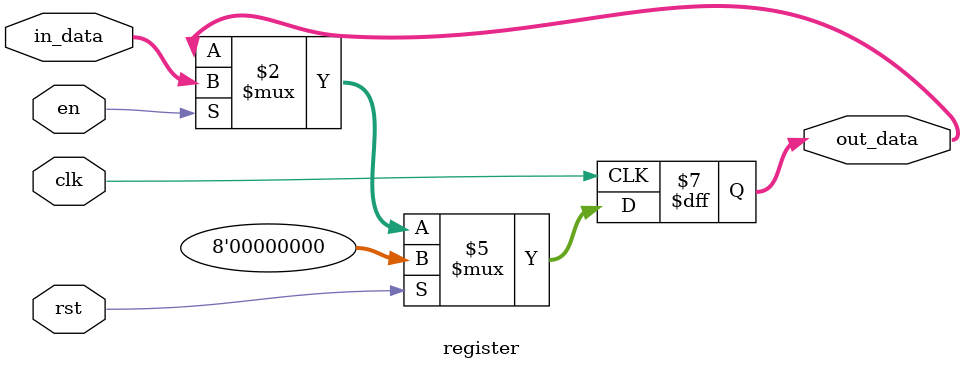
<source format=sv>
module counter_reg		//gives out_data that increments at every clock cycle to reach a max value of 255 and then resets to 0
(
input clk,
input rst,
input [7:0] in,
input enable,
input pause,

output logic [7:0] out_data,
output logic overflow
);

logic [8:0] count;
logic [1:0] state = idle;
logic [1:0] next_state;

localparam idle = 2'b00;
localparam counting = 2'b01;
localparam waiting = 2'b11;

always @(posedge clk or posedge reset) 
begin
	if (reset) state <= idle;
	else state <= next_state;
end

always @(posedge clk) 
begin
	out_data <= count [7:0];
	overflow <= count [8];
end

always @(*)
begin
	case(state)
		idle:		begin	count = in;									//count gets value of input in, this is where we start counting
							next_state <= enable ? counting : idle;		//if enable is high, we initiate counting from idle state
					end
		counting:	begin	if (pause) next_state <= paused;			//if pause is high, we go to pause state instead
							else 	begin 	count = count + 1'b1;		//we increment count (i)
											if (count[8] == 1'b1) 	begin	overflow <= 1'b1;		//if overflows, we set overflow bit to 1
																			next_state <= waiting;	//then we go to wait state
																	end
											else next_state <= counting;	//if we do not overflow, we will count again
									end
					end
		paused:		begin	count = count;
							next_state <= pause ? paused : counting;
					end
		waiting:	begin	overflow <= 1'b0;		//overflow is reset
							count <= 9'b0;			//count is also reset
							next_state <= idle; 	//we go to idle state next if enable is high
					end
		default:			next_state <= idle;
	endcase
end

endmodule

module register
(
input clk,
input rst,
input en,
input [7:0] in_data,

output logic [7:0] out_data
);
	
always @(posedge clk)
begin
	if (rst) out_data <= 8'b0;
	else 	begin	if (en) out_data <= in_data;
			end
end

endmodule
</source>
